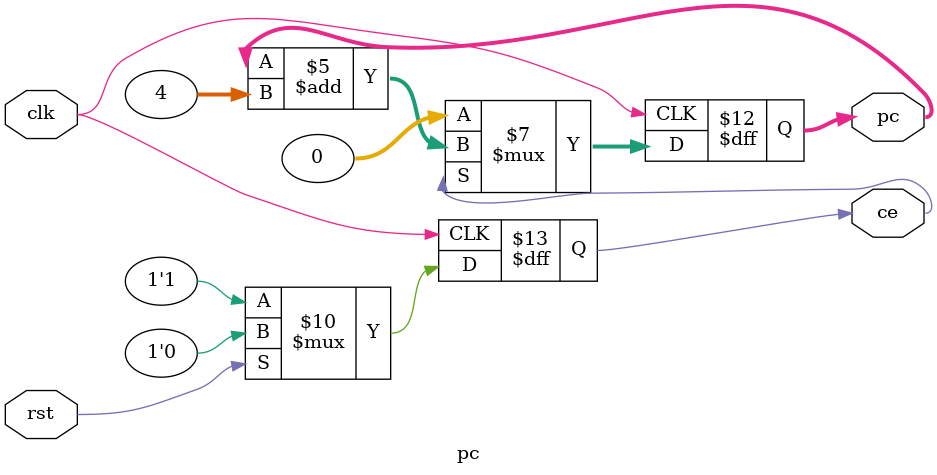
<source format=v>
`timescale 1ns / 1ps

module pc(
    input wire clk,
    input wire rst,
    output reg[31:0] pc,
    output reg ce
    );  
    always@(posedge clk)begin
        if(rst==1)begin
            ce<=0;
        end else begin
            ce<=1;
        end
    end
    
    always@(posedge clk)begin
        if(ce==0)begin
            pc<=32'h0;
        end else begin
            pc<=pc+32'd4;
        end
    end
endmodule

</source>
